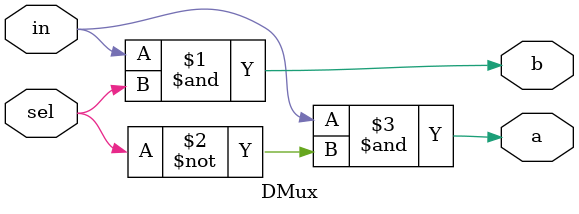
<source format=v>
module DMux (
  input in,
  input sel,
  output reg a,
  output reg b
);

  assign b = in & sel; // in and sel
  assign a = in & ~sel;  // in and not(sel)

  //假設sel=0 則 a=in, b=0; sel=1 則反之

endmodule
</source>
